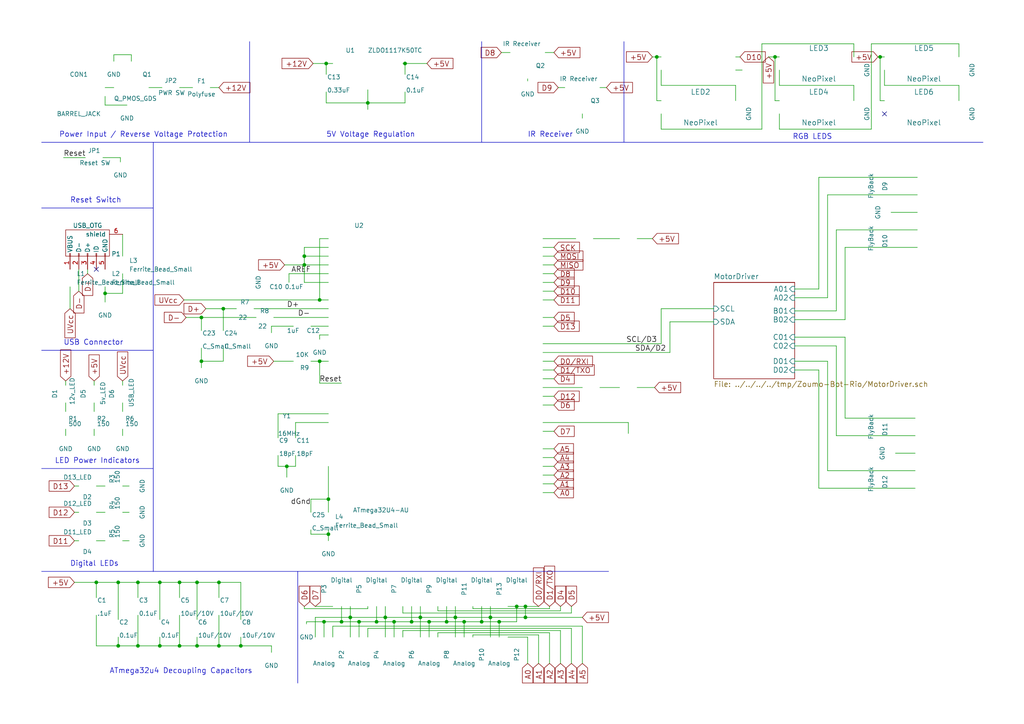
<source format=kicad_sch>
(kicad_sch (version 20230121) (generator eeschema)
  (paper "A4")
  (title_block (title "Zoumo Bot RIO") (company "MU - IEEE") (comment 1 "Drawn by Patrick Smith"))
  (junction (at 93.98 180.34))
  (junction (at 64.77 89.535))
  (junction (at 57.15 187.325))
  (junction (at 30.48 85.09))
  (junction (at 152.4 175.895))
  (junction (at 92.71 86.995))
  (junction (at 46.355 187.325))
  (junction (at 149.86 175.895))
  (junction (at 34.29 168.91))
  (junction (at 119.38 180.34))
  (junction (at 63.5 187.325))
  (junction (at 224.79 16.51))
  (junction (at 46.355 168.91))
  (junction (at 142.24 179.07))
  (junction (at 95.25 144.78))
  (junction (at 63.5 168.91))
  (junction (at 88.265 76.835))
  (junction (at 69.85 187.325))
  (junction (at 83.185 135.255))
  (junction (at 52.07 168.91))
  (junction (at 57.15 168.91))
  (junction (at 132.08 179.07))
  (junction (at 52.07 187.325))
  (junction (at 152.4 179.07))
  (junction (at 99.06 180.34))
  (junction (at 95.25 154.94))
  (junction (at 104.14 180.34))
  (junction (at 58.42 104.775))
  (junction (at 139.7 180.34))
  (junction (at 109.22 180.34))
  (junction (at 27.94 168.91))
  (junction (at 88.265 74.295))
  (junction (at 114.3 180.34))
  (junction (at 58.42 92.075))
  (junction (at 121.92 179.07))
  (junction (at 94.615 18.415))
  (junction (at 124.46 180.34))
  (junction (at 144.78 180.34))
  (junction (at 134.62 180.34))
  (junction (at 190.5 16.51))
  (junction (at 255.27 16.51))
  (junction (at 111.76 179.07))
  (junction (at 101.6 179.07))
  (junction (at 40.005 187.325))
  (junction (at 106.68 29.845))
  (junction (at 92.71 104.775))
  (junction (at 40.005 168.91))
  (junction (at 129.54 180.34))
  (junction (at 117.475 18.415))
  (junction (at 34.29 187.325))
  (no_connect (at 256.54 33.02))
  (no_connect (at 27.94 78.105))
  (wire (pts (xy 127 177.165) (xy 127 175.895)))
  (wire (pts (xy 88.265 175.895) (xy 88.265 176.53)))
  (wire (pts (xy 80.645 120.015) (xy 80.645 127)))
  (wire (pts (xy 190.5 16.51) (xy 190.5 29.21)))
  (wire (pts (xy 247.65 24.765) (xy 247.65 29.21)))
  (wire (pts (xy 226.06 37.465) (xy 252.73 37.465)))
  (wire (pts (xy 157.48 137.795) (xy 160.655 137.795)))
  (wire (pts (xy 259.715 131.445) (xy 265.43 131.445)))
  (wire (pts (xy 88.265 76.835) (xy 88.265 81.915)))
  (wire (pts (xy 165.735 182.245) (xy 106.68 182.245)))
  (wire (pts (xy 165.735 177.8) (xy 116.84 177.8)))
  (wire (pts (xy 230.505 100.33) (xy 242.57 100.33)))
  (wire (pts (xy 224.79 29.21) (xy 226.06 29.21)))
  (wire (pts (xy 92.71 69.215) (xy 92.71 86.995)))
  (wire (pts (xy 157.48 99.695) (xy 191.77 99.695)))
  (wire (pts (xy 255.27 29.21) (xy 256.54 29.21)))
  (wire (pts (xy 278.13 24.765) (xy 278.13 29.21)))
  (wire (pts (xy 34.925 45.72) (xy 34.925 46.99)))
  (wire (pts (xy 73.66 89.535) (xy 95.25 89.535)))
  (wire (pts (xy 106.68 176.53) (xy 106.68 175.895)))
  (wire (pts (xy 168.91 192.405) (xy 168.91 181.61)))
  (wire (pts (xy 134.62 184.785) (xy 134.62 180.34)))
  (wire (pts (xy 53.975 92.075) (xy 58.42 92.075)))
  (wire (pts (xy 157.48 94.615) (xy 160.655 94.615)))
  (wire (pts (xy 35.56 119.38) (xy 35.56 116.84)))
  (wire (pts (xy 157.48 122.555) (xy 182.245 122.555)))
  (wire (pts (xy 95.25 74.295) (xy 88.265 74.295)))
  (wire (pts (xy 175.895 25.4) (xy 173.99 25.4)))
  (wire (pts (xy 64.77 95.885) (xy 64.77 89.535)))
  (wire (pts (xy 137.16 184.15) (xy 137.16 184.785)))
  (wire (pts (xy 88.265 74.295) (xy 88.265 76.835)))
  (wire (pts (xy 124.46 180.34) (xy 129.54 180.34)))
  (wire (pts (xy 69.85 168.91) (xy 69.85 179.705)))
  (wire (pts (xy 165.735 182.245) (xy 165.735 192.405)))
  (wire (pts (xy 230.505 83.82) (xy 237.49 83.82)))
  (wire (pts (xy 230.505 90.17) (xy 242.57 90.17)))
  (wire (pts (xy 224.79 16.51) (xy 226.06 16.51)))
  (wire (pts (xy 247.65 12.7) (xy 247.65 16.51)))
  (wire (pts (xy 93.98 184.785) (xy 93.98 180.34)))
  (wire (pts (xy 46.355 168.91) (xy 52.07 168.91)))
  (polyline (pts (xy 44.45 101.6) (xy 12.065 101.6)))
  (wire (pts (xy 116.84 177.8) (xy 116.84 175.895)))
  (wire (pts (xy 52.07 178.435) (xy 52.07 187.325)))
  (wire (pts (xy 245.11 92.71) (xy 245.11 71.755)))
  (wire (pts (xy 106.68 26.035) (xy 106.68 29.845)))
  (wire (pts (xy 52.07 168.91) (xy 57.15 168.91)))
  (wire (pts (xy 92.71 111.125) (xy 99.06 111.125)))
  (wire (pts (xy 34.29 179.705) (xy 34.29 168.91)))
  (wire (pts (xy 256.54 24.765) (xy 278.13 24.765)))
  (wire (pts (xy 95.25 135.255) (xy 95.25 144.78)))
  (wire (pts (xy 88.9 180.34) (xy 93.98 180.34)))
  (wire (pts (xy 157.48 135.255) (xy 160.655 135.255)))
  (wire (pts (xy 242.57 90.17) (xy 242.57 66.675)))
  (wire (pts (xy 92.71 97.155) (xy 92.71 98.425)))
  (wire (pts (xy 78.74 94.615) (xy 78.74 96.52)))
  (wire (pts (xy 117.475 21.59) (xy 117.475 18.415)))
  (wire (pts (xy 27.305 116.84) (xy 27.305 119.38)))
  (wire (pts (xy 226.06 33.02) (xy 226.06 37.465)))
  (wire (pts (xy 157.48 86.995) (xy 160.655 86.995)))
  (wire (pts (xy 194.31 93.345) (xy 207.01 93.345)))
  (wire (pts (xy 22.86 84.455) (xy 22.86 78.105)))
  (wire (pts (xy 162.56 192.405) (xy 162.56 182.88)))
  (wire (pts (xy 254.635 16.51) (xy 255.27 16.51)))
  (wire (pts (xy 69.85 184.785) (xy 69.85 187.325)))
  (wire (pts (xy 245.11 71.755) (xy 266.065 71.755)))
  (wire (pts (xy 149.86 180.34) (xy 149.86 175.895)))
  (wire (pts (xy 27.305 124.46) (xy 27.305 126.365)))
  (wire (pts (xy 92.71 104.775) (xy 95.25 104.775)))
  (wire (pts (xy 168.91 34.29) (xy 168.91 33.02)))
  (wire (pts (xy 191.77 33.02) (xy 191.77 37.465)))
  (wire (pts (xy 157.48 114.935) (xy 160.655 114.935)))
  (wire (pts (xy 37.465 148.59) (xy 35.56 148.59)))
  (wire (pts (xy 139.7 180.34) (xy 144.78 180.34)))
  (wire (pts (xy 114.3 180.34) (xy 119.38 180.34)))
  (polyline (pts (xy 12.065 41.275) (xy 285.115 41.275)))
  (wire (pts (xy 40.005 168.91) (xy 46.355 168.91)))
  (wire (pts (xy 153.035 184.785) (xy 147.32 184.785)))
  (wire (pts (xy 99.06 180.34) (xy 104.14 180.34)))
  (wire (pts (xy 19.05 124.46) (xy 19.05 126.365)))
  (wire (pts (xy 226.06 24.765) (xy 247.65 24.765)))
  (wire (pts (xy 145.415 15.24) (xy 147.955 15.24)))
  (wire (pts (xy 80.645 135.255) (xy 83.185 135.255)))
  (wire (pts (xy 179.705 112.395) (xy 173.99 112.395)))
  (wire (pts (xy 21.59 168.91) (xy 27.94 168.91)))
  (wire (pts (xy 157.48 109.855) (xy 160.655 109.855)))
  (polyline (pts (xy 44.45 41.275) (xy 44.45 165.735)))
  (wire (pts (xy 160.655 74.295) (xy 157.48 74.295)))
  (wire (pts (xy 58.42 100.965) (xy 58.42 104.775)))
  (wire (pts (xy 189.23 69.215) (xy 184.785 69.215)))
  (wire (pts (xy 95.25 153.67) (xy 95.25 154.94)))
  (wire (pts (xy 144.78 180.34) (xy 149.86 180.34)))
  (wire (pts (xy 240.03 86.36) (xy 240.03 56.515)))
  (wire (pts (xy 144.78 184.785) (xy 144.78 180.34)))
  (wire (pts (xy 139.7 175.895) (xy 139.7 180.34)))
  (wire (pts (xy 95.25 122.555) (xy 85.725 122.555)))
  (wire (pts (xy 137.16 176.53) (xy 137.16 175.895)))
  (wire (pts (xy 21.59 156.845) (xy 22.86 156.845)))
  (wire (pts (xy 90.805 18.415) (xy 94.615 18.415)))
  (wire (pts (xy 119.38 175.895) (xy 119.38 180.34)))
  (wire (pts (xy 157.48 125.095) (xy 160.655 125.095)))
  (wire (pts (xy 78.74 187.325) (xy 78.74 189.23)))
  (wire (pts (xy 104.14 180.34) (xy 109.22 180.34)))
  (wire (pts (xy 157.48 130.175) (xy 160.655 130.175)))
  (wire (pts (xy 88.265 71.755) (xy 88.265 74.295)))
  (wire (pts (xy 157.48 104.775) (xy 160.655 104.775)))
  (wire (pts (xy 27.94 168.91) (xy 27.94 173.355)))
  (wire (pts (xy 153.035 23.495) (xy 153.035 22.86)))
  (wire (pts (xy 240.03 104.775) (xy 240.03 136.525)))
  (polyline (pts (xy 176.53 165.735) (xy 12.065 165.735)))
  (wire (pts (xy 245.11 121.285) (xy 245.11 97.79)))
  (wire (pts (xy 214.63 16.51) (xy 213.36 16.51)))
  (wire (pts (xy 25.4 79.375) (xy 25.4 78.105)))
  (wire (pts (xy 167.005 69.215) (xy 157.48 69.215)))
  (wire (pts (xy 132.08 179.07) (xy 132.08 184.785)))
  (wire (pts (xy 157.48 107.315) (xy 160.655 107.315)))
  (wire (pts (xy 35.56 126.365) (xy 35.56 124.46)))
  (wire (pts (xy 30.48 85.09) (xy 30.48 87.63)))
  (wire (pts (xy 95.25 154.94) (xy 95.25 156.845)))
  (wire (pts (xy 64.77 104.775) (xy 64.77 100.965)))
  (wire (pts (xy 52.07 25.4) (xy 55.88 25.4)))
  (wire (pts (xy 230.505 107.315) (xy 237.49 107.315)))
  (wire (pts (xy 94.615 29.845) (xy 106.68 29.845)))
  (wire (pts (xy 245.11 121.285) (xy 265.43 121.285)))
  (wire (pts (xy 94.615 21.59) (xy 94.615 18.415)))
  (wire (pts (xy 58.42 92.075) (xy 74.295 92.075)))
  (wire (pts (xy 230.505 104.775) (xy 240.03 104.775)))
  (wire (pts (xy 161.925 25.4) (xy 163.83 25.4)))
  (wire (pts (xy 106.68 29.845) (xy 117.475 29.845)))
  (wire (pts (xy 57.15 184.785) (xy 57.15 187.325)))
  (wire (pts (xy 27.94 156.845) (xy 30.48 156.845)))
  (wire (pts (xy 109.22 175.895) (xy 109.22 180.34)))
  (wire (pts (xy 162.56 175.895) (xy 162.56 177.165)))
  (wire (pts (xy 52.07 187.325) (xy 57.15 187.325)))
  (wire (pts (xy 95.25 97.155) (xy 92.71 97.155)))
  (wire (pts (xy 220.98 37.465) (xy 220.98 12.7)))
  (wire (pts (xy 29.845 45.72) (xy 34.925 45.72)))
  (wire (pts (xy 34.29 168.91) (xy 40.005 168.91)))
  (wire (pts (xy 27.305 110.49) (xy 27.305 111.76)))
  (wire (pts (xy 153.035 192.405) (xy 153.035 184.785)))
  (wire (pts (xy 63.5 187.325) (xy 69.85 187.325)))
  (wire (pts (xy 237.49 141.605) (xy 265.43 141.605)))
  (wire (pts (xy 95.25 92.075) (xy 79.375 92.075)))
  (wire (pts (xy 92.71 69.215) (xy 95.25 69.215)))
  (wire (pts (xy 242.57 100.33) (xy 242.57 126.365)))
  (wire (pts (xy 189.23 16.51) (xy 190.5 16.51)))
  (wire (pts (xy 159.385 175.895) (xy 159.385 176.53)))
  (wire (pts (xy 34.29 187.325) (xy 40.005 187.325)))
  (wire (pts (xy 160.655 79.375) (xy 157.48 79.375)))
  (wire (pts (xy 35.56 85.09) (xy 30.48 85.09)))
  (wire (pts (xy 190.5 29.21) (xy 191.77 29.21)))
  (wire (pts (xy 91.44 184.785) (xy 91.44 179.07)))
  (wire (pts (xy 121.92 179.07) (xy 121.92 184.785)))
  (wire (pts (xy 157.48 140.335) (xy 160.655 140.335)))
  (wire (pts (xy 90.17 104.775) (xy 92.71 104.775)))
  (wire (pts (xy 35.56 74.295) (xy 35.56 67.945)))
  (wire (pts (xy 30.48 148.59) (xy 27.94 148.59)))
  (wire (pts (xy 34.29 184.785) (xy 34.29 187.325)))
  (wire (pts (xy 152.4 179.07) (xy 152.4 175.895)))
  (wire (pts (xy 182.245 122.555) (xy 182.245 125.73)))
  (wire (pts (xy 117.475 29.845) (xy 117.475 26.67)))
  (wire (pts (xy 111.76 175.895) (xy 111.76 179.07)))
  (wire (pts (xy 109.22 180.34) (xy 114.3 180.34)))
  (wire (pts (xy 191.77 89.535) (xy 207.01 89.535)))
  (wire (pts (xy 30.48 25.4) (xy 33.02 25.4)))
  (wire (pts (xy 213.36 24.765) (xy 213.36 29.21)))
  (wire (pts (xy 30.48 27.94) (xy 30.48 30.48)))
  (wire (pts (xy 121.92 179.07) (xy 132.08 179.07)))
  (wire (pts (xy 90.17 153.67) (xy 90.17 154.94)))
  (wire (pts (xy 256.54 20.32) (xy 256.54 24.765)))
  (wire (pts (xy 92.71 104.775) (xy 92.71 111.125)))
  (wire (pts (xy 91.44 179.07) (xy 101.6 179.07)))
  (wire (pts (xy 85.725 135.255) (xy 85.725 132.08)))
  (wire (pts (xy 27.94 187.325) (xy 34.29 187.325)))
  (wire (pts (xy 99.06 175.895) (xy 99.06 180.34)))
  (wire (pts (xy 63.5 168.91) (xy 69.85 168.91)))
  (wire (pts (xy 96.52 181.61) (xy 96.52 184.785)))
  (polyline (pts (xy 44.45 135.89) (xy 12.065 135.89)))
  (wire (pts (xy 59.69 89.535) (xy 64.77 89.535)))
  (wire (pts (xy 22.86 140.97) (xy 21.59 140.97)))
  (wire (pts (xy 88.265 76.835) (xy 95.25 76.835)))
  (wire (pts (xy 22.86 148.59) (xy 21.59 148.59)))
  (wire (pts (xy 30.48 30.48) (xy 36.83 30.48)))
  (wire (pts (xy 160.655 92.075) (xy 157.48 92.075)))
  (wire (pts (xy 142.24 179.07) (xy 142.24 184.785)))
  (wire (pts (xy 116.84 18.415) (xy 117.475 18.415)))
  (wire (pts (xy 53.34 86.995) (xy 92.71 86.995)))
  (wire (pts (xy 117.475 18.415) (xy 123.825 18.415)))
  (wire (pts (xy 19.05 116.84) (xy 19.05 119.38)))
  (wire (pts (xy 252.73 12.7) (xy 278.13 12.7)))
  (wire (pts (xy 157.48 142.875) (xy 160.655 142.875)))
  (wire (pts (xy 83.82 79.375) (xy 95.25 79.375)))
  (wire (pts (xy 106.68 182.245) (xy 106.68 184.785)))
  (wire (pts (xy 191.77 24.765) (xy 213.36 24.765)))
  (wire (pts (xy 95.25 71.755) (xy 88.265 71.755)))
  (wire (pts (xy 104.14 184.785) (xy 104.14 180.34)))
  (wire (pts (xy 57.15 187.325) (xy 63.5 187.325)))
  (wire (pts (xy 252.73 37.465) (xy 252.73 12.7)))
  (wire (pts (xy 64.77 89.535) (xy 68.58 89.535)))
  (wire (pts (xy 142.24 175.895) (xy 142.24 179.07)))
  (polyline (pts (xy 86.36 165.735) (xy 86.36 198.12)))
  (wire (pts (xy 190.5 16.51) (xy 191.77 16.51)))
  (wire (pts (xy 46.355 179.705) (xy 46.355 168.91)))
  (wire (pts (xy 159.385 176.53) (xy 137.16 176.53)))
  (wire (pts (xy 255.27 16.51) (xy 255.27 29.21)))
  (wire (pts (xy 168.91 181.61) (xy 96.52 181.61)))
  (wire (pts (xy 46.99 25.4) (xy 43.18 25.4)))
  (wire (pts (xy 60.96 25.4) (xy 63.5 25.4)))
  (wire (pts (xy 121.92 175.895) (xy 121.92 179.07)))
  (wire (pts (xy 242.57 126.365) (xy 265.43 126.365)))
  (wire (pts (xy 33.02 17.78) (xy 33.02 15.875)))
  (wire (pts (xy 90.17 144.78) (xy 95.25 144.78)))
  (wire (pts (xy 127 183.515) (xy 127 184.785)))
  (wire (pts (xy 64.77 104.775) (xy 58.42 104.775)))
  (wire (pts (xy 19.05 110.49) (xy 19.05 111.76)))
  (wire (pts (xy 191.77 99.695) (xy 191.77 89.535)))
  (wire (pts (xy 179.705 69.215) (xy 172.085 69.215)))
  (wire (pts (xy 82.55 76.835) (xy 88.265 76.835)))
  (wire (pts (xy 149.86 175.895) (xy 147.32 175.895)))
  (wire (pts (xy 52.07 168.91) (xy 52.07 173.355)))
  (wire (pts (xy 69.85 187.325) (xy 78.74 187.325)))
  (wire (pts (xy 237.49 107.315) (xy 237.49 141.605)))
  (wire (pts (xy 27.94 168.91) (xy 34.29 168.91)))
  (wire (pts (xy 80.645 135.255) (xy 80.645 132.08)))
  (wire (pts (xy 93.98 180.34) (xy 99.06 180.34)))
  (wire (pts (xy 116.84 182.88) (xy 116.84 184.785)))
  (wire (pts (xy 85.09 104.775) (xy 79.375 104.775)))
  (wire (pts (xy 245.11 97.79) (xy 230.505 97.79)))
  (wire (pts (xy 222.885 16.51) (xy 224.79 16.51)))
  (wire (pts (xy 35.56 111.76) (xy 35.56 110.49)))
  (wire (pts (xy 240.03 136.525) (xy 265.43 136.525)))
  (wire (pts (xy 230.505 86.36) (xy 240.03 86.36)))
  (wire (pts (xy 194.31 102.235) (xy 194.31 93.345)))
  (wire (pts (xy 83.82 81.915) (xy 83.82 79.375)))
  (wire (pts (xy 38.1 15.875) (xy 38.1 17.78)))
  (wire (pts (xy 242.57 66.675) (xy 266.065 66.675)))
  (wire (pts (xy 88.265 176.53) (xy 106.68 176.53)))
  (wire (pts (xy 40.005 178.435) (xy 40.005 187.325)))
  (wire (pts (xy 159.385 183.515) (xy 127 183.515)))
  (wire (pts (xy 156.21 175.895) (xy 152.4 175.895)))
  (wire (pts (xy 157.48 76.835) (xy 160.655 76.835)))
  (wire (pts (xy 95.25 144.78) (xy 95.25 148.59)))
  (wire (pts (xy 237.49 51.435) (xy 266.065 51.435)))
  (wire (pts (xy 63.5 178.435) (xy 63.5 187.325)))
  (wire (pts (xy 152.4 175.895) (xy 149.86 175.895)))
  (wire (pts (xy 88.9 180.975) (xy 88.9 180.34)))
  (wire (pts (xy 255.27 16.51) (xy 256.54 16.51)))
  (wire (pts (xy 160.655 84.455) (xy 157.48 84.455)))
  (wire (pts (xy 184.785 112.395) (xy 189.865 112.395)))
  (wire (pts (xy 57.15 179.705) (xy 57.15 168.91)))
  (wire (pts (xy 152.4 179.07) (xy 168.91 179.07)))
  (wire (pts (xy 230.505 92.71) (xy 245.11 92.71)))
  (wire (pts (xy 83.185 135.255) (xy 85.725 135.255)))
  (wire (pts (xy 111.76 179.07) (xy 121.92 179.07)))
  (wire (pts (xy 132.08 179.07) (xy 142.24 179.07)))
  (wire (pts (xy 157.48 81.915) (xy 160.655 81.915)))
  (wire (pts (xy 132.08 175.895) (xy 132.08 179.07)))
  (wire (pts (xy 168.91 112.395) (xy 157.48 112.395)))
  (wire (pts (xy 134.62 180.34) (xy 139.7 180.34)))
  (wire (pts (xy 111.76 179.07) (xy 111.76 184.785)))
  (wire (pts (xy 162.56 182.88) (xy 116.84 182.88)))
  (wire (pts (xy 30.48 83.185) (xy 30.48 85.09)))
  (wire (pts (xy 106.68 29.845) (xy 106.68 31.75)))
  (wire (pts (xy 156.21 184.15) (xy 137.16 184.15)))
  (wire (pts (xy 94.615 26.67) (xy 94.615 29.845)))
  (wire (pts (xy 237.49 83.82) (xy 237.49 51.435)))
  (wire (pts (xy 191.77 37.465) (xy 220.98 37.465)))
  (wire (pts (xy 266.065 61.595) (xy 258.445 61.595)))
  (wire (pts (xy 83.185 135.255) (xy 83.185 138.43)))
  (polyline (pts (xy 72.39 41.275) (xy 72.39 12.065)))
  (polyline (pts (xy 44.45 60.325) (xy 12.065 60.325)))
  (wire (pts (xy 95.25 120.015) (xy 80.645 120.015)))
  (wire (pts (xy 88.265 81.915) (xy 95.25 81.915)))
  (wire (pts (xy 157.48 117.475) (xy 160.655 117.475)))
  (wire (pts (xy 129.54 175.895) (xy 129.54 180.34)))
  (wire (pts (xy 27.94 178.435) (xy 27.94 187.325)))
  (wire (pts (xy 101.6 175.895) (xy 101.6 179.07)))
  (wire (pts (xy 58.42 92.075) (xy 58.42 95.885)))
  (wire (pts (xy 191.77 20.32) (xy 191.77 24.765)))
  (wire (pts (xy 85.09 94.615) (xy 78.74 94.615)))
  (wire (pts (xy 220.98 12.7) (xy 247.65 12.7)))
  (wire (pts (xy 114.3 184.785) (xy 114.3 180.34)))
  (wire (pts (xy 157.48 71.755) (xy 160.655 71.755)))
  (wire (pts (xy 18.415 45.72) (xy 24.765 45.72)))
  (wire (pts (xy 119.38 180.34) (xy 124.46 180.34)))
  (wire (pts (xy 165.735 175.895) (xy 165.735 177.8)))
  (wire (pts (xy 57.15 168.91) (xy 63.5 168.91)))
  (wire (pts (xy 58.42 104.775) (xy 58.42 106.68)))
  (wire (pts (xy 20.32 83.185) (xy 20.32 89.535)))
  (wire (pts (xy 226.06 20.32) (xy 226.06 24.765)))
  (wire (pts (xy 156.21 192.405) (xy 156.21 184.15)))
  (wire (pts (xy 85.725 122.555) (xy 85.725 127)))
  (wire (pts (xy 91.44 175.895) (xy 96.52 175.895)))
  (wire (pts (xy 46.355 187.325) (xy 52.07 187.325)))
  (wire (pts (xy 94.615 18.415) (xy 96.52 18.415)))
  (wire (pts (xy 129.54 180.34) (xy 134.62 180.34)))
  (wire (pts (xy 63.5 168.91) (xy 63.5 173.355)))
  (wire (pts (xy 33.02 15.875) (xy 38.1 15.875)))
  (wire (pts (xy 124.46 184.785) (xy 124.46 180.34)))
  (polyline (pts (xy 139.7 41.275) (xy 139.7 12.065)))
  (wire (pts (xy 35.56 156.845) (xy 37.465 156.845)))
  (wire (pts (xy 40.005 187.325) (xy 46.355 187.325)))
  (wire (pts (xy 158.115 15.24) (xy 160.655 15.24)))
  (wire (pts (xy 101.6 179.07) (xy 111.76 179.07)))
  (wire (pts (xy 30.48 140.97) (xy 27.94 140.97)))
  (wire (pts (xy 159.385 192.405) (xy 159.385 183.515)))
  (wire (pts (xy 278.13 12.7) (xy 278.13 16.51)))
  (polyline (pts (xy 180.975 41.275) (xy 180.975 12.065)))
  (wire (pts (xy 162.56 177.165) (xy 127 177.165)))
  (wire (pts (xy 40.005 168.91) (xy 40.005 173.355)))
  (wire (pts (xy 157.48 102.235) (xy 194.31 102.235)))
  (wire (pts (xy 90.17 94.615) (xy 95.25 94.615)))
  (wire (pts (xy 101.6 179.07) (xy 101.6 184.785)))
  (wire (pts (xy 90.17 154.94) (xy 95.25 154.94)))
  (wire (pts (xy 92.71 86.995) (xy 95.25 86.995)))
  (wire (pts (xy 90.17 148.59) (xy 90.17 144.78)))
  (wire (pts (xy 240.03 56.515) (xy 266.065 56.515)))
  (wire (pts (xy 224.79 16.51) (xy 224.79 29.21)))
  (wire (pts (xy 35.56 79.375) (xy 35.56 85.09)))
  (wire (pts (xy 46.355 184.785) (xy 46.355 187.325)))
  (wire (pts (xy 37.465 140.97) (xy 35.56 140.97)))
  (wire (pts (xy 157.48 132.715) (xy 160.655 132.715)))
  (wire (pts (xy 215.265 20.32) (xy 213.36 20.32)))
  (wire (pts (xy 142.24 179.07) (xy 152.4 179.07)))
  (text "Power Input / Reverse Voltage Protection" (at 17.145 40.005 0) (effects (font (size 1.524 1.524)) (justify left bottom)))
  (text "LED Power Indicators" (at 15.875 134.62 0) (effects (font (size 1.524 1.524)) (justify left bottom)))
  (text "RGB LEDS" (at 229.87 40.64 0) (effects (font (size 1.524 1.524)) (justify left bottom)))
  (text "ATmega32u4 Decoupling Capacitors" (at 31.75 195.58 0) (effects (font (size 1.524 1.524)) (justify left bottom)))
  (text "USB Connector" (at 18.415 100.33 0) (effects (font (size 1.524 1.524)) (justify left bottom)))
  (text "Digital LEDs" (at 20.32 164.465 0) (effects (font (size 1.524 1.524)) (justify left bottom)))
  (text "5V Voltage Regulation" (at 94.615 40.005 0) (effects (font (size 1.524 1.524)) (justify left bottom)))
  (text "IR Receiver" (at 153.035 40.005 0) (effects (font (size 1.524 1.524)) (justify left bottom)))
  (text "Reset Switch" (at 20.32 59.055 0) (effects (font (size 1.524 1.524)) (justify left bottom)))
  (label "SCL/D3" (at 181.61 99.695 0) (effects (font (size 1.524 1.524))))
  (label "dGnd" (at 90.17 146.685 180) (effects (font (size 1.524 1.524))))
  (label "Reset" (at 99.06 111.125 180) (effects (font (size 1.524 1.524))))
  (label "D+" (at 83.185 89.535 0) (effects (font (size 1.524 1.524))))
  (label "Reset" (at 18.415 45.72 0) (effects (font (size 1.524 1.524))))
  (label "AREF" (at 84.455 79.375 0) (effects (font (size 1.524 1.524))))
  (label "SDA/D2" (at 184.15 102.235 0) (effects (font (size 1.524 1.524))))
  (label "D-" (at 86.36 92.075 0) (effects (font (size 1.524 1.524))))
  (global_label "+5V" (shape input) (at 189.865 112.395 0) (effects (font (size 1.524 1.524))) (property "Intersheetrefs" "${INTERSHEET_REFS}" (effects hide)))
  (global_label "A3" (shape input) (at 160.655 135.255 0) (effects (font (size 1.524 1.524))) (property "Intersheetrefs" "${INTERSHEET_REFS}" (effects hide)))
  (global_label "D9" (shape input) (at 160.655 81.915 0) (effects (font (size 1.524 1.524))) (property "Intersheetrefs" "${INTERSHEET_REFS}" (effects hide)))
  (global_label "A5" (shape input) (at 168.91 192.405 270) (effects (font (size 1.524 1.524))) (property "Intersheetrefs" "${INTERSHEET_REFS}" (effects hide)))
  (global_label "D0/RXI" (shape input) (at 160.655 104.775 0) (effects (font (size 1.524 1.524))) (property "Intersheetrefs" "${INTERSHEET_REFS}" (effects hide)))
  (global_label "D7" (shape input) (at 160.655 125.095 0) (effects (font (size 1.524 1.524))) (property "Intersheetrefs" "${INTERSHEET_REFS}" (effects hide)))
  (global_label "D5" (shape input) (at 160.655 92.075 0) (effects (font (size 1.524 1.524))) (property "Intersheetrefs" "${INTERSHEET_REFS}" (effects hide)))
  (global_label "D8" (shape input) (at 145.415 15.24 180) (effects (font (size 1.524 1.524))) (property "Intersheetrefs" "${INTERSHEET_REFS}" (effects hide)))
  (global_label "D6" (shape input) (at 160.655 117.475 0) (effects (font (size 1.524 1.524))) (property "Intersheetrefs" "${INTERSHEET_REFS}" (effects hide)))
  (global_label "D11" (shape input) (at 21.59 156.845 180) (effects (font (size 1.524 1.524))) (property "Intersheetrefs" "${INTERSHEET_REFS}" (effects hide)))
  (global_label "A0" (shape input) (at 160.655 142.875 0) (effects (font (size 1.524 1.524))) (property "Intersheetrefs" "${INTERSHEET_REFS}" (effects hide)))
  (global_label "UVcc" (shape input) (at 53.34 86.995 180) (effects (font (size 1.524 1.524))) (property "Intersheetrefs" "${INTERSHEET_REFS}" (effects hide)))
  (global_label "D+" (shape input) (at 59.69 89.535 180) (effects (font (size 1.524 1.524))) (property "Intersheetrefs" "${INTERSHEET_REFS}" (effects hide)))
  (global_label "D1/TXO" (shape input) (at 160.655 107.315 0) (effects (font (size 1.524 1.524))) (property "Intersheetrefs" "${INTERSHEET_REFS}" (effects hide)))
  (global_label "A2" (shape input) (at 159.385 192.405 270) (effects (font (size 1.524 1.524))) (property "Intersheetrefs" "${INTERSHEET_REFS}" (effects hide)))
  (global_label "+5V" (shape input) (at 189.23 16.51 180) (effects (font (size 1.524 1.524))) (property "Intersheetrefs" "${INTERSHEET_REFS}" (effects hide)))
  (global_label "+5V" (shape input) (at 189.23 69.215 0) (effects (font (size 1.524 1.524))) (property "Intersheetrefs" "${INTERSHEET_REFS}" (effects hide)))
  (global_label "A3" (shape input) (at 162.56 192.405 270) (effects (font (size 1.524 1.524))) (property "Intersheetrefs" "${INTERSHEET_REFS}" (effects hide)))
  (global_label "SCK" (shape input) (at 160.655 71.755 0) (effects (font (size 1.524 1.524))) (property "Intersheetrefs" "${INTERSHEET_REFS}" (effects hide)))
  (global_label "D12" (shape input) (at 160.655 114.935 0) (effects (font (size 1.524 1.524))) (property "Intersheetrefs" "${INTERSHEET_REFS}" (effects hide)))
  (global_label "D6" (shape input) (at 88.265 175.895 90) (effects (font (size 1.524 1.524))) (property "Intersheetrefs" "${INTERSHEET_REFS}" (effects hide)))
  (global_label "D7" (shape input) (at 91.44 175.895 90) (effects (font (size 1.524 1.524))) (property "Intersheetrefs" "${INTERSHEET_REFS}" (effects hide)))
  (global_label "+5V" (shape input) (at 168.91 179.07 0) (effects (font (size 1.524 1.524))) (property "Intersheetrefs" "${INTERSHEET_REFS}" (effects hide)))
  (global_label "UVcc" (shape input) (at 20.32 89.535 270) (effects (font (size 1.524 1.524))) (property "Intersheetrefs" "${INTERSHEET_REFS}" (effects hide)))
  (global_label "D11" (shape input) (at 160.655 86.995 0) (effects (font (size 1.524 1.524))) (property "Intersheetrefs" "${INTERSHEET_REFS}" (effects hide)))
  (global_label "+12V" (shape input) (at 90.805 18.415 180) (effects (font (size 1.524 1.524))) (property "Intersheetrefs" "${INTERSHEET_REFS}" (effects hide)))
  (global_label "D4" (shape input) (at 162.56 175.895 90) (effects (font (size 1.524 1.524))) (property "Intersheetrefs" "${INTERSHEET_REFS}" (effects hide)))
  (global_label "D10" (shape input) (at 160.655 84.455 0) (effects (font (size 1.524 1.524))) (property "Intersheetrefs" "${INTERSHEET_REFS}" (effects hide)))
  (global_label "A4" (shape input) (at 165.735 192.405 270) (effects (font (size 1.524 1.524))) (property "Intersheetrefs" "${INTERSHEET_REFS}" (effects hide)))
  (global_label "+5V" (shape input) (at 27.305 110.49 90) (effects (font (size 1.524 1.524))) (property "Intersheetrefs" "${INTERSHEET_REFS}" (effects hide)))
  (global_label "MOSI" (shape input) (at 160.655 74.295 0) (effects (font (size 1.524 1.524))) (property "Intersheetrefs" "${INTERSHEET_REFS}" (effects hide)))
  (global_label "A4" (shape input) (at 160.655 132.715 0) (effects (font (size 1.524 1.524))) (property "Intersheetrefs" "${INTERSHEET_REFS}" (effects hide)))
  (global_label "A0" (shape input) (at 153.035 192.405 270) (effects (font (size 1.524 1.524))) (property "Intersheetrefs" "${INTERSHEET_REFS}" (effects hide)))
  (global_label "+5V" (shape input) (at 254.635 16.51 180) (effects (font (size 1.524 1.524))) (property "Intersheetrefs" "${INTERSHEET_REFS}" (effects hide)))
  (global_label "D-" (shape input) (at 22.86 84.455 270) (effects (font (size 1.524 1.524))) (property "Intersheetrefs" "${INTERSHEET_REFS}" (effects hide)))
  (global_label "D-" (shape input) (at 53.975 92.075 180) (effects (font (size 1.524 1.524))) (property "Intersheetrefs" "${INTERSHEET_REFS}" (effects hide)))
  (global_label "UVcc" (shape input) (at 35.56 110.49 90) (effects (font (size 1.524 1.524))) (property "Intersheetrefs" "${INTERSHEET_REFS}" (effects hide)))
  (global_label "+5V" (shape input) (at 222.885 16.51 270) (effects (font (size 1.524 1.524))) (property "Intersheetrefs" "${INTERSHEET_REFS}" (effects hide)))
  (global_label "D5" (shape input) (at 165.735 175.895 90) (effects (font (size 1.524 1.524))) (property "Intersheetrefs" "${INTERSHEET_REFS}" (effects hide)))
  (global_label "+5V" (shape input) (at 175.895 25.4 0) (effects (font (size 1.524 1.524))) (property "Intersheetrefs" "${INTERSHEET_REFS}" (effects hide)))
  (global_label "D13" (shape input) (at 160.655 94.615 0) (effects (font (size 1.524 1.524))) (property "Intersheetrefs" "${INTERSHEET_REFS}" (effects hide)))
  (global_label "A1" (shape input) (at 156.21 192.405 270) (effects (font (size 1.524 1.524))) (property "Intersheetrefs" "${INTERSHEET_REFS}" (effects hide)))
  (global_label "+12V" (shape input) (at 63.5 25.4 0) (effects (font (size 1.524 1.524))) (property "Intersheetrefs" "${INTERSHEET_REFS}" (effects hide)))
  (global_label "A5" (shape input) (at 160.655 130.175 0) (effects (font (size 1.524 1.524))) (property "Intersheetrefs" "${INTERSHEET_REFS}" (effects hide)))
  (global_label "D4" (shape input) (at 160.655 109.855 0) (effects (font (size 1.524 1.524))) (property "Intersheetrefs" "${INTERSHEET_REFS}" (effects hide)))
  (global_label "D12" (shape input) (at 21.59 148.59 180) (effects (font (size 1.524 1.524))) (property "Intersheetrefs" "${INTERSHEET_REFS}" (effects hide)))
  (global_label "D10" (shape input) (at 214.63 16.51 0) (effects (font (size 1.524 1.524))) (property "Intersheetrefs" "${INTERSHEET_REFS}" (effects hide)))
  (global_label "D8" (shape input) (at 160.655 79.375 0) (effects (font (size 1.524 1.524))) (property "Intersheetrefs" "${INTERSHEET_REFS}" (effects hide)))
  (global_label "D0/RXI" (shape input) (at 156.21 175.895 90) (effects (font (size 1.524 1.524))) (property "Intersheetrefs" "${INTERSHEET_REFS}" (effects hide)))
  (global_label "D9" (shape input) (at 161.925 25.4 180) (effects (font (size 1.524 1.524))) (property "Intersheetrefs" "${INTERSHEET_REFS}" (effects hide)))
  (global_label "D1/TXO" (shape input) (at 159.385 175.895 90) (effects (font (size 1.524 1.524))) (property "Intersheetrefs" "${INTERSHEET_REFS}" (effects hide)))
  (global_label "+5V" (shape input) (at 79.375 104.775 180) (effects (font (size 1.524 1.524))) (property "Intersheetrefs" "${INTERSHEET_REFS}" (effects hide)))
  (global_label "A1" (shape input) (at 160.655 140.335 0) (effects (font (size 1.524 1.524))) (property "Intersheetrefs" "${INTERSHEET_REFS}" (effects hide)))
  (global_label "D13" (shape input) (at 21.59 140.97 180) (effects (font (size 1.524 1.524))) (property "Intersheetrefs" "${INTERSHEET_REFS}" (effects hide)))
  (global_label "+5V" (shape input) (at 123.825 18.415 0) (effects (font (size 1.524 1.524))) (property "Intersheetrefs" "${INTERSHEET_REFS}" (effects hide)))
  (global_label "D+" (shape input) (at 25.4 79.375 270) (effects (font (size 1.524 1.524))) (property "Intersheetrefs" "${INTERSHEET_REFS}" (effects hide)))
  (global_label "+5V" (shape input) (at 21.59 168.91 180) (effects (font (size 1.524 1.524))) (property "Intersheetrefs" "${INTERSHEET_REFS}" (effects hide)))
  (global_label "A2" (shape input) (at 160.655 137.795 0) (effects (font (size 1.524 1.524))) (property "Intersheetrefs" "${INTERSHEET_REFS}" (effects hide)))
  (global_label "+5V" (shape input) (at 160.655 15.24 0) (effects (font (size 1.524 1.524))) (property "Intersheetrefs" "${INTERSHEET_REFS}" (effects hide)))
  (global_label "+12V" (shape input) (at 19.05 110.49 90) (effects (font (size 1.524 1.524))) (property "Intersheetrefs" "${INTERSHEET_REFS}" (effects hide)))
  (global_label "MISO" (shape input) (at 160.655 76.835 0) (effects (font (size 1.524 1.524))) (property "Intersheetrefs" "${INTERSHEET_REFS}" (effects hide)))
  (global_label "+5V" (shape input) (at 82.55 76.835 180) (effects (font (size 1.524 1.524))) (property "Intersheetrefs" "${INTERSHEET_REFS}" (effects hide)))
  (symbol (lib_id "ATmega32U4-AU") (at 127 108.585 0) (unit 1)
    (property "Reference" "U2" (at 104.14 65.405 0))
    (property "Value" "ATmega32U4-AU" (at 110.49 147.955 0))
    (property "Footprint" "Housings_QFP:TQFP-44_10x10mm_Pitch0.8mm" (effects hide))
    (property "Datasheet" "http://www.atmel.com/Images/Atmel-7766-8-bit-AVR-ATmega16U4-32U4_Datasheet.pdf" (effects hide))
  )
  (symbol (lib_id "R_Small") (at 87.63 104.775 270) (unit 1)
    (property "Reference" "R9" (at 86.995 106.68 90) (effects (justify left)))
    (property "Value" "10K" (at 85.725 102.87 90) (effects (justify left)))
    (property "Footprint" "Resistors_SMD:R_0805_HandSoldering" (effects hide))
  )
  (symbol (lib_id "C_Small") (at 81.28 81.915 270) (unit 1)
    (property "Reference" "C10" (at 78.105 83.185 90) (effects (justify left)))
    (property "Value" "0.1uF" (at 82.55 83.185 90) (effects (justify left)))
    (property "Footprint" "Capacitors_SMD:C_0805_HandSoldering" (effects hide))
  )
  (symbol (lib_id "GND") (at 78.74 81.915 270) (unit 1)
    (property "Reference" "#PWR01" (effects hide))
    (property "Value" "GND" (at 74.93 81.915 0))
  )
  (symbol (lib_id "C_Small") (at 27.94 175.895 0) (unit 1)
    (property "Reference" "C1" (at 28.194 174.117 0) (effects (justify left)))
    (property "Value" ".1uF" (at 28.194 177.927 0) (effects (justify left)))
    (property "Footprint" "Capacitors_SMD:C_0805_HandSoldering" (effects hide))
  )
  (symbol (lib_id "C_Small") (at 87.63 94.615 270) (unit 1)
    (property "Reference" "C12" (at 88.9 95.885 90) (effects (justify left)))
    (property "Value" "1uF" (at 83.185 95.885 90) (effects (justify left)))
    (property "Footprint" "Capacitors_SMD:C_0805_HandSoldering" (effects hide))
  )
  (symbol (lib_id "GND") (at 78.74 96.52 0) (unit 1)
    (property "Reference" "#PWR02" (effects hide))
    (property "Value" "GND" (at 78.74 100.33 0))
  )
  (symbol (lib_id "GND") (at 92.71 98.425 0) (unit 1)
    (property "Reference" "#PWR03" (effects hide))
    (property "Value" "GND" (at 92.71 102.235 0))
  )
  (symbol (lib_id "Crystal_Small") (at 83.185 123.19 0) (unit 1)
    (property "Reference" "Y1" (at 83.185 120.65 0))
    (property "Value" "16MHz" (at 83.82 125.73 0))
    (property "Footprint" "Crystals:Crystal_SMD_Abracon_ABM3-2pin_5.0x3.2mm_HandSoldering" (effects hide))
  )
  (symbol (lib_id "C_Small") (at 80.645 129.54 0) (unit 1)
    (property "Reference" "C9" (at 80.899 127.762 0) (effects (justify left)))
    (property "Value" "18pF" (at 80.899 131.572 0) (effects (justify left)))
    (property "Footprint" "Capacitors_SMD:C_0603_HandSoldering" (effects hide))
  )
  (symbol (lib_id "C_Small") (at 85.725 129.54 0) (unit 1)
    (property "Reference" "C11" (at 85.979 127.762 0) (effects (justify left)))
    (property "Value" "18pF" (at 85.979 131.572 0) (effects (justify left)))
    (property "Footprint" "Capacitors_SMD:C_0603_HandSoldering" (effects hide))
  )
  (symbol (lib_id "GND") (at 83.185 138.43 0) (unit 1)
    (property "Reference" "#PWR04" (effects hide))
    (property "Value" "GND" (at 83.185 142.24 0))
  )
  (symbol (lib_id "GND") (at 95.25 156.845 0) (unit 1)
    (property "Reference" "#PWR05" (effects hide))
    (property "Value" "GND" (at 95.25 160.655 0))
  )
  (symbol (lib_id "R_Small") (at 171.45 112.395 270) (unit 1)
    (property "Reference" "R11" (at 170.815 114.3 90) (effects (justify left)))
    (property "Value" "330" (at 169.545 110.49 90) (effects (justify left)))
    (property "Footprint" "Resistors_SMD:R_0805_HandSoldering" (effects hide))
  )
  (symbol (lib_id "LED_Small") (at 182.245 112.395 0) (unit 1)
    (property "Reference" "D8" (at 180.975 109.22 0) (effects (justify left)))
    (property "Value" "TX_LED" (at 178.435 114.3 0) (effects (justify left)))
    (property "Footprint" "LEDs:LED_0805_HandSoldering" (effects hide))
  )
  (symbol (lib_id "R_Small") (at 169.545 69.215 270) (unit 1)
    (property "Reference" "R10" (at 168.91 71.12 90) (effects (justify left)))
    (property "Value" "330" (at 167.64 67.31 90) (effects (justify left)))
    (property "Footprint" "Resistors_SMD:R_0805_HandSoldering" (effects hide))
  )
  (symbol (lib_id "LED_Small") (at 182.245 69.215 0) (unit 1)
    (property "Reference" "D7" (at 180.975 66.04 0) (effects (justify left)))
    (property "Value" "RX_LED" (at 178.435 71.12 0) (effects (justify left)))
    (property "Footprint" "LEDs:LED_0805_HandSoldering" (effects hide))
  )
  (symbol (lib_id "GND") (at 182.245 125.73 0) (unit 1)
    (property "Reference" "#PWR06" (effects hide))
    (property "Value" "GND" (at 182.245 129.54 0))
  )
  (symbol (lib_id "BARREL_JACK") (at 22.86 27.94 0) (unit 1)
    (property "Reference" "CON1" (at 22.86 21.59 0))
    (property "Value" "BARREL_JACK" (at 22.86 33.02 0))
    (property "Footprint" "Connectors:Barrel_Jack_CUI_PJ-102AH" (effects hide))
  )
  (symbol (lib_id "Q_PMOS_GDS") (at 38.1 22.86 270) (unit 1)
    (property "Reference" "Q1" (at 41.275 21.59 90) (effects (justify left)))
    (property "Value" "Q_PMOS_GDS" (at 33.02 28.575 90) (effects (justify left)))
    (property "Footprint" "TO_SOT_Packages_SMD:TO-252-2_Rectifier" (effects hide))
  )
  (symbol (lib_id "GND") (at 36.83 30.48 0) (unit 1)
    (property "Reference" "#PWR07" (effects hide))
    (property "Value" "GND" (at 36.83 34.29 0))
  )
  (symbol (lib_id "GND") (at 33.02 17.78 0) (unit 1)
    (property "Reference" "#PWR08" (effects hide))
    (property "Value" "GND" (at 33.02 21.59 0))
  )
  (symbol (lib_id "Jumper_NO_Small") (at 27.305 45.72 0) (unit 1)
    (property "Reference" "JP1" (at 27.305 43.688 0))
    (property "Value" "Reset SW" (at 27.559 47.244 0))
    (property "Footprint" "Buttons_Switches_SMD:SW_SPST_PTS645" (effects hide))
  )
  (symbol (lib_id "GND") (at 34.925 46.99 0) (unit 1)
    (property "Reference" "#PWR09" (effects hide))
    (property "Value" "GND" (at 34.925 50.8 0))
  )
  (symbol (lib_id "LM78M05CT") (at 106.68 19.685 0) (unit 1)
    (property "Reference" "U1" (at 101.6 14.605 0))
    (property "Value" "ZLDO1117K50TC" (at 106.68 14.605 0) (effects (justify left)))
    (property "Footprint" "TO_SOT_Packages_SMD:TO-252-2" (effects hide))
    (property "Datasheet" "https://www.diodes.com/assets/Datasheets/ZLDO1117.pdf" (effects hide))
  )
  (symbol (lib_id "C_Small") (at 94.615 24.13 0) (unit 1)
    (property "Reference" "C13" (at 94.869 22.352 0) (effects (justify left)))
    (property "Value" "0.33uF" (at 94.869 26.162 0) (effects (justify left)))
    (property "Footprint" "Capacitors_SMD:C_0805_HandSoldering" (effects hide))
  )
  (symbol (lib_id "C_Small") (at 117.475 24.13 0) (unit 1)
    (property "Reference" "C14" (at 117.729 22.352 0) (effects (justify left)))
    (property "Value" "0.1uF" (at 117.729 26.162 0) (effects (justify left)))
    (property "Footprint" "Capacitors_SMD:C_0805_HandSoldering" (effects hide))
  )
  (symbol (lib_id "GND") (at 106.68 31.75 0) (unit 1)
    (property "Reference" "#PWR010" (effects hide))
    (property "Value" "GND" (at 106.68 35.56 0))
  )
  (symbol (lib_id "ZoumoBotRio-rescue:USB_OTG-RESCUE-ZoumoBotRio") (at 25.4 70.485 0) (unit 1)
    (property "Reference" "P1" (at 33.655 73.66 0))
    (property "Value" "USB_OTG" (at 25.4 65.405 0))
    (property "Footprint" "Connectors:USB_Micro-B" (effects hide))
  )
  (symbol (lib_id "GND") (at 30.48 87.63 0) (unit 1)
    (property "Reference" "#PWR011" (effects hide))
    (property "Value" "GND" (at 30.48 91.44 0))
  )
  (symbol (lib_id "C_Small") (at 34.29 182.245 0) (unit 1)
    (property "Reference" "C2" (at 34.544 180.467 0) (effects (justify left)))
    (property "Value" "0.1uF" (at 34.544 184.277 0) (effects (justify left)))
    (property "Footprint" "Capacitors_SMD:C_0805_HandSoldering" (effects hide))
  )
  (symbol (lib_id "C_Small") (at 40.005 175.895 0) (unit 1)
    (property "Reference" "C3" (at 40.259 174.117 0) (effects (justify left)))
    (property "Value" "0.1uF" (at 40.259 177.927 0) (effects (justify left)))
    (property "Footprint" "Capacitors_SMD:C_0805_HandSoldering" (effects hide))
  )
  (symbol (lib_id "C_Small") (at 46.355 182.245 0) (unit 1)
    (property "Reference" "C4" (at 46.609 180.467 0) (effects (justify left)))
    (property "Value" "0.1uF" (at 46.609 184.277 0) (effects (justify left)))
    (property "Footprint" "Capacitors_SMD:C_0805_HandSoldering" (effects hide))
  )
  (symbol (lib_id "CP_Small") (at 52.07 175.895 0) (unit 1)
    (property "Reference" "C5" (at 52.324 174.117 0) (effects (justify left)))
    (property "Value" "10uF/10V" (at 52.324 177.927 0) (effects (justify left)))
    (property "Footprint" "Capacitors_SMD:CP_Elec_4x4.5" (effects hide))
    (property "Datasheet" "https://www.digikey.com/product-detail/en/panasonic-electronic-components/EEE-1CA100SR/PCE3878CT-ND/766254" (effects hide))
  )
  (symbol (lib_id "CP_Small") (at 57.15 182.245 0) (unit 1)
    (property "Reference" "C6" (at 57.404 180.467 0) (effects (justify left)))
    (property "Value" "10uF/10V" (at 57.404 184.277 0) (effects (justify left)))
    (property "Footprint" "Capacitors_SMD:CP_Elec_4x4.5" (effects hide))
  )
  (symbol (lib_id "CP_Small") (at 63.5 175.895 0) (unit 1)
    (property "Reference" "C7" (at 63.754 174.117 0) (effects (justify left)))
    (property "Value" "10uF/10V" (at 63.754 177.927 0) (effects (justify left)))
    (property "Footprint" "Capacitors_SMD:CP_Elec_4x4.5" (effects hide))
  )
  (symbol (lib_id "CP_Small") (at 69.85 182.245 0) (unit 1)
    (property "Reference" "C8" (at 70.104 180.467 0) (effects (justify left)))
    (property "Value" "10uF/10V" (at 70.104 184.277 0) (effects (justify left)))
    (property "Footprint" "Capacitors_SMD:CP_Elec_4x4.5" (effects hide))
  )
  (symbol (lib_id "GND") (at 78.74 189.23 0) (unit 1)
    (property "Reference" "#PWR012" (effects hide))
    (property "Value" "GND" (at 78.74 193.04 0))
  )
  (symbol (lib_id "Screw_Terminal_1x05") (at 271.145 61.595 180) (unit 1)
    (property "Reference" "J2" (at 271.145 75.565 0) (effects (justify top)))
    (property "Value" "Screw_Terminal_1x05" (at 274.955 61.595 90) (effects (justify top)))
    (property "Footprint" "Connectors_Samtec:SL-105-X-XX_1x05" (effects hide))
  )
  (symbol (lib_id "Screw_Terminal_1x05") (at 270.51 131.445 180) (unit 1)
    (property "Reference" "J1" (at 270.51 145.415 0) (effects (justify top)))
    (property "Value" "Screw_Terminal_1x05" (at 274.32 131.445 90) (effects (justify top)))
    (property "Footprint" "Connectors_Samtec:SL-105-X-XX_1x05" (effects hide))
  )
  (symbol (lib_id "GND") (at 258.445 61.595 270) (unit 1)
    (property "Reference" "#PWR013" (effects hide))
    (property "Value" "GND" (at 254.635 61.595 0))
  )
  (symbol (lib_id "GND") (at 259.715 131.445 270) (unit 1)
    (property "Reference" "#PWR014" (effects hide))
    (property "Value" "GND" (at 255.905 131.445 0))
  )
  (symbol (lib_id "D_Small") (at 254.635 53.975 270) (unit 1)
    (property "Reference" "D9" (at 256.667 52.705 0) (effects (justify left)))
    (property "Value" "FlyBack" (at 252.603 50.165 0) (effects (justify left)))
    (property "Footprint" "Diodes_SMD:D_SOD-123F" (effects hide))
    (property "Datasheet" "https://www.digikey.com/product-detail/en/on-semiconductor/NHP220SFT3G/NHP220SFT3GOSCT-ND/5801747" (effects hide))
  )
  (symbol (lib_id "D_Small") (at 254.635 69.215 270) (unit 1)
    (property "Reference" "D10" (at 256.667 67.945 0) (effects (justify left)))
    (property "Value" "FlyBack" (at 252.603 65.405 0) (effects (justify left)))
    (property "Footprint" "Diodes_SMD:D_SOD-123F" (effects hide))
    (property "Datasheet" "https://www.digikey.com/product-detail/en/on-semiconductor/NHP220SFT3G/NHP220SFT3GOSCT-ND/5801747" (effects hide))
  )
  (symbol (lib_id "D_Small") (at 254.635 123.825 270) (unit 1)
    (property "Reference" "D11" (at 256.667 122.555 0) (effects (justify left)))
    (property "Value" "FlyBack" (at 252.603 120.015 0) (effects (justify left)))
    (property "Footprint" "Diodes_SMD:D_SOD-123F" (effects hide))
    (property "Datasheet" "https://www.digikey.com/product-detail/en/on-semiconductor/NHP220SFT3G/NHP220SFT3GOSCT-ND/5801747" (effects hide))
  )
  (symbol (lib_id "D_Small") (at 254.635 139.065 270) (unit 1)
    (property "Reference" "D12" (at 256.667 137.795 0) (effects (justify left)))
    (property "Value" "FlyBack" (at 252.603 135.255 0) (effects (justify left)))
    (property "Footprint" "Diodes_SMD:D_SOD-123F" (effects hide))
    (property "Datasheet" "https://www.digikey.com/product-detail/en/on-semiconductor/NHP220SFT3G/NHP220SFT3GOSCT-ND/5801747" (effects hide))
  )
  (symbol (lib_id "GND") (at 153.035 23.495 0) (unit 1)
    (property "Reference" "#PWR015" (effects hide))
    (property "Value" "GND" (at 153.035 27.305 0))
  )
  (symbol (lib_id "NeoPixel") (at 203.2 17.78 0) (unit 1)
    (property "Reference" "LED1" (at 203.2 13.97 0) (effects (font (size 1.524 1.524))))
    (property "Value" "NeoPixel" (at 203.2 22.86 0) (effects (font (size 1.524 1.524))))
    (property "Footprint" "NeoPixel:WS2812B_smallsilk" (effects hide))
  )
  (symbol (lib_id "NeoPixel") (at 203.2 30.48 0) (unit 1)
    (property "Reference" "LED2" (at 203.2 26.67 0) (effects (font (size 1.524 1.524))))
    (property "Value" "NeoPixel" (at 203.2 35.56 0) (effects (font (size 1.524 1.524))))
    (property "Footprint" "NeoPixel:WS2812B_smallsilk" (effects hide))
  )
  (symbol (lib_id "NeoPixel") (at 237.49 17.78 0) (unit 1)
    (property "Reference" "LED3" (at 237.49 13.97 0) (effects (font (size 1.524 1.524))))
    (property "Value" "NeoPixel" (at 237.49 22.86 0) (effects (font (size 1.524 1.524))))
    (property "Footprint" "NeoPixel:WS2812B_smallsilk" (effects hide))
  )
  (symbol (lib_id "NeoPixel") (at 237.49 30.48 0) (unit 1)
    (property "Reference" "LED4" (at 237.49 26.67 0) (effects (font (size 1.524 1.524))))
    (property "Value" "NeoPixel" (at 237.49 35.56 0) (effects (font (size 1.524 1.524))))
    (property "Footprint" "NeoPixel:WS2812B_smallsilk" (effects hide))
  )
  (symbol (lib_id "NeoPixel") (at 267.97 17.78 0) (unit 1)
    (property "Reference" "LED5" (at 267.97 13.97 0) (effects (font (size 1.524 1.524))))
    (property "Value" "NeoPixel" (at 267.97 22.86 0) (effects (font (size 1.524 1.524))))
    (property "Footprint" "NeoPixel:WS2812B_smallsilk" (effects hide))
  )
  (symbol (lib_id "NeoPixel") (at 267.97 30.48 0) (unit 1)
    (property "Reference" "LED6" (at 267.97 26.67 0) (effects (font (size 1.524 1.524))))
    (property "Value" "NeoPixel" (at 267.97 35.56 0) (effects (font (size 1.524 1.524))))
    (property "Footprint" "NeoPixel:WS2812B_smallsilk" (effects hide))
  )
  (symbol (lib_id "GND") (at 215.265 20.32 90) (unit 1)
    (property "Reference" "#PWR016" (effects hide))
    (property "Value" "GND" (at 219.075 20.32 0))
  )
  (symbol (lib_id "GND") (at 213.36 33.02 90) (unit 1)
    (property "Reference" "#PWR017" (effects hide))
    (property "Value" "GND" (at 217.17 33.02 0))
  )
  (symbol (lib_id "GND") (at 247.65 33.02 90) (unit 1)
    (property "Reference" "#PWR018" (effects hide))
    (property "Value" "GND" (at 251.46 33.02 0))
  )
  (symbol (lib_id "GND") (at 278.13 33.02 90) (unit 1)
    (property "Reference" "#PWR019" (effects hide))
    (property "Value" "GND" (at 281.94 33.02 0))
  )
  (symbol (lib_id "GND") (at 278.13 20.32 90) (unit 1)
    (property "Reference" "#PWR020" (effects hide))
    (property "Value" "GND" (at 281.94 20.32 0))
  )
  (symbol (lib_id "GND") (at 247.65 20.32 90) (unit 1)
    (property "Reference" "#PWR021" (effects hide))
    (property "Value" "GND" (at 251.46 20.32 0))
  )
  (symbol (lib_id "CONN_01X03") (at 99.06 170.815 90) (unit 1)
    (property "Reference" "P3" (at 93.98 170.815 0))
    (property "Value" "Digital" (at 99.06 168.275 90))
    (property "Footprint" "Socket_Strips:Socket_Strip_Straight_1x03_Pitch2.54mm" (effects hide))
  )
  (symbol (lib_id "CONN_01X03") (at 109.22 170.815 90) (unit 1)
    (property "Reference" "P5" (at 104.14 170.815 0))
    (property "Value" "Digital" (at 109.22 168.275 90))
    (property "Footprint" "Socket_Strips:Socket_Strip_Straight_1x03_Pitch2.54mm" (effects hide))
  )
  (symbol (lib_id "CONN_01X03") (at 119.38 170.815 90) (unit 1)
    (property "Reference" "P7" (at 114.3 170.815 0))
    (property "Value" "Digital" (at 119.38 168.275 90))
    (property "Footprint" "Socket_Strips:Socket_Strip_Straight_1x03_Pitch2.54mm" (effects hide))
  )
  (symbol (lib_id "CONN_01X03") (at 129.54 170.815 90) (unit 1)
    (property "Reference" "P9" (at 124.46 170.815 0))
    (property "Value" "Digital" (at 129.54 168.275 90))
    (property "Footprint" "Socket_Strips:Socket_Strip_Straight_1x03_Pitch2.54mm" (effects hide))
  )
  (symbol (lib_id "CONN_01X03") (at 139.7 170.815 90) (unit 1)
    (property "Reference" "P11" (at 134.62 170.815 0))
    (property "Value" "Digital" (at 139.7 168.275 90))
    (property "Footprint" "Socket_Strips:Socket_Strip_Straight_1x03_Pitch2.54mm" (effects hide))
  )
  (symbol (lib_id "CONN_01X03") (at 149.86 170.815 90) (unit 1)
    (property "Reference" "P13" (at 144.78 170.815 0))
    (property "Value" "Digital" (at 149.86 168.275 90))
    (property "Footprint" "Socket_Strips:Socket_Strip_Straight_1x03_Pitch2.54mm" (effects hide))
  )
  (symbol (lib_id "CONN_01X03") (at 93.98 189.865 270) (unit 1)
    (property "Reference" "P2" (at 99.06 189.865 0))
    (property "Value" "Analog" (at 93.98 192.405 90))
    (property "Footprint" "Socket_Strips:Socket_Strip_Straight_1x03_Pitch2.54mm" (effects hide))
  )
  (symbol (lib_id "CONN_01X03") (at 104.14 189.865 270) (unit 1)
    (property "Reference" "P4" (at 109.22 189.865 0))
    (property "Value" "Analog" (at 104.14 192.405 90))
    (property "Footprint" "Socket_Strips:Socket_Strip_Straight_1x03_Pitch2.54mm" (effects hide))
  )
  (symbol (lib_id "CONN_01X03") (at 114.3 189.865 270) (unit 1)
    (property "Reference" "P6" (at 119.38 189.865 0))
    (property "Value" "Analog" (at 114.3 192.405 90))
    (property "Footprint" "Socket_Strips:Socket_Strip_Straight_1x03_Pitch2.54mm" (effects hide))
  )
  (symbol (lib_id "CONN_01X03") (at 124.46 189.865 270) (unit 1)
    (property "Reference" "P8" (at 129.54 189.865 0))
    (property "Value" "Analog" (at 124.46 192.405 90))
    (property "Footprint" "Socket_Strips:Socket_Strip_Straight_1x03_Pitch2.54mm" (effects hide))
  )
  (symbol (lib_id "CONN_01X03") (at 134.62 189.865 270) (unit 1)
    (property "Reference" "P10" (at 139.7 189.865 0))
    (property "Value" "Analog" (at 134.62 192.405 90))
    (property "Footprint" "Socket_Strips:Socket_Strip_Straight_1x03_Pitch2.54mm" (effects hide))
  )
  (symbol (lib_id "GND") (at 88.9 180.975 0) (unit 1)
    (property "Reference" "#PWR022" (effects hide))
    (property "Value" "GND" (at 88.9 184.785 0))
  )
  (symbol (lib_id "Q_Photo_NPN_CBE") (at 153.035 17.78 90) (unit 1)
    (property "Reference" "Q2" (at 158.115 19.05 90) (effects (justify left)))
    (property "Value" "IR Receiver" (at 156.845 12.7 90) (effects (justify left)))
    (property "Footprint" "LEDs:LED_D5.0mm-3" (effects hide))
  )
  (symbol (lib_id "Q_Photo_NPN_CBE") (at 168.91 27.94 90) (unit 1)
    (property "Reference" "Q3" (at 173.99 29.21 90) (effects (justify left)))
    (property "Value" "IR Receiver" (at 173.355 22.86 90) (effects (justify left)))
    (property "Footprint" "LEDs:LED_D5.0mm-3" (effects hide))
  )
  (symbol (lib_id "CONN_01X03") (at 144.78 189.865 270) (unit 1)
    (property "Reference" "P12" (at 149.86 189.865 0))
    (property "Value" "Analog" (at 144.78 192.405 90))
    (property "Footprint" "Socket_Strips:Socket_Strip_Straight_1x03_Pitch2.54mm" (effects hide))
  )
  (symbol (lib_id "LED_Small") (at 19.05 114.3 90) (unit 1)
    (property "Reference" "D1" (at 15.875 115.57 0) (effects (justify left)))
    (property "Value" "12v_LED" (at 20.955 117.475 0) (effects (justify left)))
    (property "Footprint" "LEDs:LED_0805_HandSoldering" (effects hide))
  )
  (symbol (lib_id "LED_Small") (at 27.305 114.3 90) (unit 1)
    (property "Reference" "D5" (at 24.13 115.57 0) (effects (justify left)))
    (property "Value" "5v_LED" (at 29.845 117.475 0) (effects (justify left)))
    (property "Footprint" "LEDs:LED_0805_HandSoldering" (effects hide))
  )
  (symbol (lib_id "R_Small") (at 19.05 121.92 0) (unit 1)
    (property "Reference" "R1" (at 19.812 121.412 0) (effects (justify left)))
    (property "Value" "500" (at 19.812 122.936 0) (effects (justify left)))
    (property "Footprint" "Resistors_SMD:R_0805_HandSoldering" (effects hide))
  )
  (symbol (lib_id "R_Small") (at 27.305 121.92 0) (unit 1)
    (property "Reference" "R2" (at 28.067 121.412 0) (effects (justify left)))
    (property "Value" "150" (at 28.067 122.936 0) (effects (justify left)))
    (property "Footprint" "Resistors_SMD:R_0805_HandSoldering" (effects hide))
  )
  (symbol (lib_id "GND") (at 19.05 126.365 0) (unit 1)
    (property "Reference" "#PWR023" (effects hide))
    (property "Value" "GND" (at 19.05 130.175 0))
  )
  (symbol (lib_id "GND") (at 27.305 126.365 0) (unit 1)
    (property "Reference" "#PWR024" (effects hide))
    (property "Value" "GND" (at 27.305 130.175 0))
  )
  (symbol (lib_id "LED_Small") (at 35.56 114.3 90) (unit 1)
    (property "Reference" "D6" (at 32.385 115.57 0) (effects (justify left)))
    (property "Value" "USB_LED" (at 38.1 118.11 0) (effects (justify left)))
    (property "Footprint" "LEDs:LED_0805_HandSoldering" (effects hide))
  )
  (symbol (lib_id "R_Small") (at 35.56 121.92 0) (unit 1)
    (property "Reference" "R6" (at 36.322 121.412 0) (effects (justify left)))
    (property "Value" "150" (at 36.322 122.936 0) (effects (justify left)))
    (property "Footprint" "Resistors_SMD:R_0805_HandSoldering" (effects hide))
  )
  (symbol (lib_id "GND") (at 35.56 126.365 0) (unit 1)
    (property "Reference" "#PWR025" (effects hide))
    (property "Value" "GND" (at 35.56 130.175 0))
  )
  (symbol (lib_id "Polyfuse_Small") (at 58.42 25.4 270) (unit 1)
    (property "Reference" "F1" (at 58.42 23.495 90))
    (property "Value" "Polyfuse" (at 58.42 27.305 90))
    (property "Footprint" "Resistors_SMD:R_1812_HandSoldering" (effects hide))
    (property "Datasheet" "https://www.digikey.com/product-detail/en/littelfuse-inc/1812L150-16DR/F4240CT-ND/3305587" (effects hide))
  )
  (symbol (lib_id "Jumper_NO_Small") (at 49.53 25.4 0) (unit 1)
    (property "Reference" "JP2" (at 49.53 23.368 0))
    (property "Value" "PWR SW" (at 49.784 26.924 0))
    (property "Footprint" "SlideSW:Slide SW" (effects hide))
  )
  (symbol (lib_id "R_Small") (at 71.12 89.535 90) (unit 1)
    (property "Reference" "R7" (at 72.39 87.63 90) (effects (justify left)))
    (property "Value" "22" (at 71.755 92.075 90) (effects (justify left)))
    (property "Footprint" "Resistors_SMD:R_0805_HandSoldering" (effects hide))
  )
  (symbol (lib_id "R_Small") (at 76.835 92.075 90) (unit 1)
    (property "Reference" "R8" (at 78.105 90.17 90) (effects (justify left)))
    (property "Value" "22" (at 77.47 94.615 90) (effects (justify left)))
    (property "Footprint" "Resistors_SMD:R_0805_HandSoldering" (effects hide))
  )
  (symbol (lib_id "LED_Small") (at 25.4 156.845 180) (unit 1)
    (property "Reference" "D4" (at 26.67 160.02 0) (effects (justify left)))
    (property "Value" "D11_LED" (at 26.67 154.305 0) (effects (justify left)))
    (property "Footprint" "LEDs:LED_0805_HandSoldering" (effects hide))
  )
  (symbol (lib_id "R_Small") (at 33.02 156.845 90) (unit 1)
    (property "Reference" "R5" (at 32.512 156.083 0) (effects (justify left)))
    (property "Value" "150" (at 34.036 156.083 0) (effects (justify left)))
    (property "Footprint" "Resistors_SMD:R_0805_HandSoldering" (effects hide))
  )
  (symbol (lib_id "GND") (at 37.465 156.845 90) (unit 1)
    (property "Reference" "#PWR026" (effects hide))
    (property "Value" "GND" (at 41.275 156.845 0))
  )
  (symbol (lib_id "LED_Small") (at 25.4 148.59 180) (unit 1)
    (property "Reference" "D3" (at 26.67 151.765 0) (effects (justify left)))
    (property "Value" "D12_LED" (at 26.67 146.05 0) (effects (justify left)))
    (property "Footprint" "LEDs:LED_0805_HandSoldering" (effects hide))
  )
  (symbol (lib_id "R_Small") (at 33.02 148.59 90) (unit 1)
    (property "Reference" "R4" (at 32.512 147.828 0) (effects (justify left)))
    (property "Value" "150" (at 34.036 147.828 0) (effects (justify left)))
    (property "Footprint" "Resistors_SMD:R_0805_HandSoldering" (effects hide))
  )
  (symbol (lib_id "GND") (at 37.465 148.59 90) (unit 1)
    (property "Reference" "#PWR027" (effects hide))
    (property "Value" "GND" (at 41.275 148.59 0))
  )
  (symbol (lib_id "LED_Small") (at 25.4 140.97 180) (unit 1)
    (property "Reference" "D2" (at 26.67 144.145 0) (effects (justify left)))
    (property "Value" "D13_LED" (at 26.67 138.43 0) (effects (justify left)))
    (property "Footprint" "LEDs:LED_0805_HandSoldering" (effects hide))
  )
  (symbol (lib_id "R_Small") (at 33.02 140.97 90) (unit 1)
    (property "Reference" "R3" (at 32.512 140.208 0) (effects (justify left)))
    (property "Value" "150" (at 34.036 140.208 0) (effects (justify left)))
    (property "Footprint" "Resistors_SMD:R_0805_HandSoldering" (effects hide))
  )
  (symbol (lib_id "GND") (at 37.465 140.97 90) (unit 1)
    (property "Reference" "#PWR028" (effects hide))
    (property "Value" "GND" (at 41.275 140.97 0))
  )
  (symbol (lib_id "C_Small") (at 58.42 98.425 0) (unit 1)
    (property "Reference" "C23" (at 58.674 96.647 0) (effects (justify left)))
    (property "Value" "C_Small" (at 58.674 100.457 0) (effects (justify left)))
    (property "Footprint" "Capacitors_SMD:C_0603_HandSoldering" (effects hide))
  )
  (symbol (lib_id "GND") (at 58.42 106.68 0) (unit 1)
    (property "Reference" "#PWR030" (effects hide))
    (property "Value" "GND" (at 58.42 110.49 0))
  )
  (symbol (lib_id "Ferrite_Bead_Small") (at 35.56 76.835 0) (unit 1)
    (property "Reference" "L3" (at 37.465 75.565 0) (effects (justify left)))
    (property "Value" "Ferrite_Bead_Small" (at 37.465 78.105 0) (effects (justify left)))
    (property "Footprint" "Resistors_SMD:R_0805_HandSoldering" (effects hide))
  )
  (symbol (lib_id "Ferrite_Bead_Small") (at 30.48 80.645 0) (unit 1)
    (property "Reference" "L2" (at 32.385 79.375 0) (effects (justify left)))
    (property "Value" "Ferrite_Bead_Small" (at 32.385 81.915 0) (effects (justify left)))
    (property "Footprint" "Resistors_SMD:R_0805_HandSoldering" (effects hide))
  )
  (symbol (lib_id "Ferrite_Bead_Small") (at 20.32 80.645 0) (unit 1)
    (property "Reference" "L1" (at 22.225 79.375 0) (effects (justify left)))
    (property "Value" "Ferrite_Bead_Small" (at 22.225 81.915 0) (effects (justify left)))
    (property "Footprint" "Resistors_SMD:R_0805_HandSoldering" (effects hide))
  )
  (symbol (lib_id "GND") (at 168.91 34.29 0) (unit 1)
    (property "Reference" "#PWR029" (effects hide))
    (property "Value" "GND" (at 168.91 38.1 0))
  )
  (symbol (lib_id "C_Small") (at 64.77 98.425 0) (unit 1)
    (property "Reference" "C24" (at 65.024 96.647 0) (effects (justify left)))
    (property "Value" "C_Small" (at 65.024 100.457 0) (effects (justify left)))
    (property "Footprint" "Capacitors_SMD:C_0603_HandSoldering" (effects hide))
  )
  (symbol (lib_id "Ferrite_Bead_Small") (at 95.25 151.13 0) (unit 1)
    (property "Reference" "L4" (at 97.155 149.86 0) (effects (justify left)))
    (property "Value" "Ferrite_Bead_Small" (at 97.155 152.4 0) (effects (justify left)))
    (property "Footprint" "Resistors_SMD:R_0805_HandSoldering" (effects hide))
  )
  (symbol (lib_id "C_Small") (at 90.17 151.13 0) (unit 1)
    (property "Reference" "C25" (at 90.424 149.352 0) (effects (justify left)))
    (property "Value" "C_Small" (at 90.424 153.162 0) (effects (justify left)))
    (property "Footprint" "Capacitors_SMD:C_0603_HandSoldering" (effects hide))
  )
  (sheet (at 207.01 81.915) (size 23.495 27.94)
    (property "Sheetname" "MotorDriver" (at 207.01 81.0764 0) (effects (font (size 1.524 1.524)) (justify left bottom)))
    (property "Sheetfile" "../../../../tmp/Zoumo-Bot-Rio/MotorDriver.sch" (at 207.01 110.5412 0) (effects (font (size 1.524 1.524)) (justify left top)))
    (pin "SDA" input (at 207.01 93.345 180) (effects (font (size 1.524 1.524))))
    (pin "SCL" input (at 207.01 89.535 180) (effects (font (size 1.524 1.524))))
    (pin "C01" input (at 230.505 97.79 0) (effects (font (size 1.524 1.524))))
    (pin "C02" input (at 230.505 100.33 0) (effects (font (size 1.524 1.524))))
    (pin "D01" input (at 230.505 104.775 0) (effects (font (size 1.524 1.524))))
    (pin "D02" input (at 230.505 107.315 0) (effects (font (size 1.524 1.524))))
    (pin "A01" input (at 230.505 83.82 0) (effects (font (size 1.524 1.524))))
    (pin "A02" input (at 230.505 86.36 0) (effects (font (size 1.524 1.524))))
    (pin "B01" input (at 230.505 90.17 0) (effects (font (size 1.524 1.524))))
    (pin "B02" input (at 230.505 92.71 0) (effects (font (size 1.524 1.524))))
  )
)
</source>
